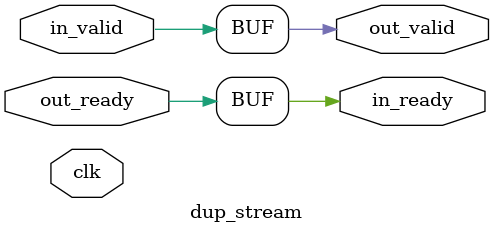
<source format=v>
module dup_stream #(
  parameter N = 1
)(
  input wire          clk,
  input wire          in_valid,
  output wire         in_ready,
  output wire [N-1:0] out_valid,
  input wire [N-1:0]  out_ready
);
    generate
        if(N == 1) begin
            assign in_ready = out_ready[0];
            assign out_valid[0] = in_valid;
        end
        else begin
            reg [0:N-1] pending_prev;
            assign in_ready = ~| pending;
            assign out_valid = in_valid ? pending_prev : 0;
            wire [0:N-1] pending = pending_prev & ~out_ready;
            always @(posedge clk) begin
                pending_prev <= in_ready ? ~0 : pending;
            end
        end
    endgenerate
endmodule
</source>
